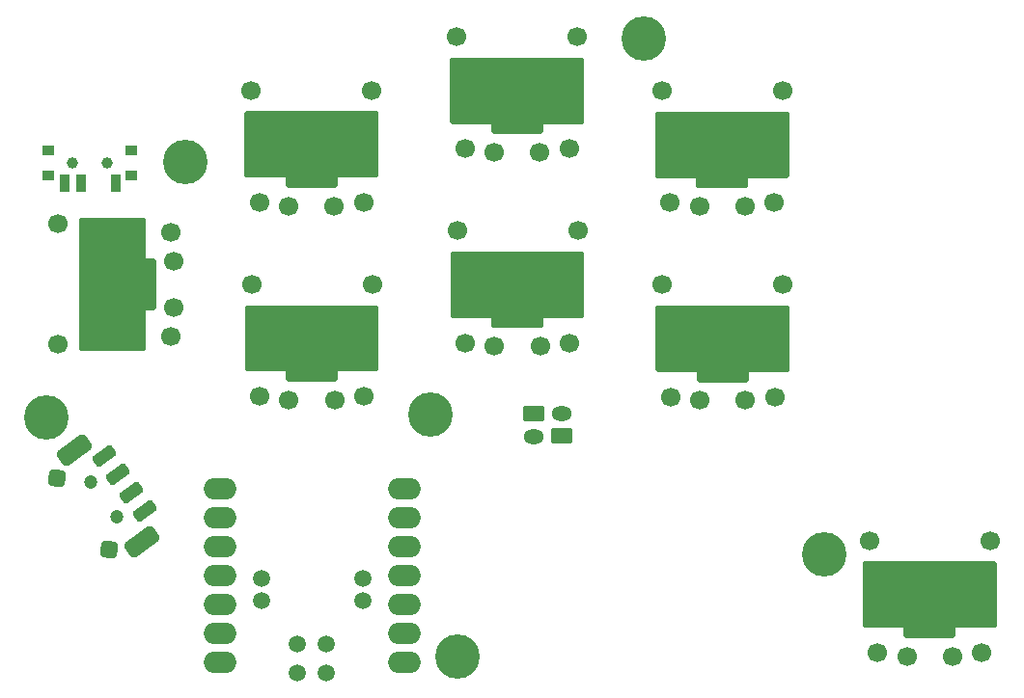
<source format=gbr>
%TF.GenerationSoftware,KiCad,Pcbnew,8.0.2*%
%TF.CreationDate,2024-07-15T13:11:32-05:00*%
%TF.ProjectId,bonsai,626f6e73-6169-42e6-9b69-6361645f7063,v1*%
%TF.SameCoordinates,Original*%
%TF.FileFunction,Soldermask,Top*%
%TF.FilePolarity,Negative*%
%FSLAX46Y46*%
G04 Gerber Fmt 4.6, Leading zero omitted, Abs format (unit mm)*
G04 Created by KiCad (PCBNEW 8.0.2) date 2024-07-15 13:11:32*
%MOMM*%
%LPD*%
G01*
G04 APERTURE LIST*
G04 Aperture macros list*
%AMRoundRect*
0 Rectangle with rounded corners*
0 $1 Rounding radius*
0 $2 $3 $4 $5 $6 $7 $8 $9 X,Y pos of 4 corners*
0 Add a 4 corners polygon primitive as box body*
4,1,4,$2,$3,$4,$5,$6,$7,$8,$9,$2,$3,0*
0 Add four circle primitives for the rounded corners*
1,1,$1+$1,$2,$3*
1,1,$1+$1,$4,$5*
1,1,$1+$1,$6,$7*
1,1,$1+$1,$8,$9*
0 Add four rect primitives between the rounded corners*
20,1,$1+$1,$2,$3,$4,$5,0*
20,1,$1+$1,$4,$5,$6,$7,0*
20,1,$1+$1,$6,$7,$8,$9,0*
20,1,$1+$1,$8,$9,$2,$3,0*%
G04 Aperture macros list end*
%ADD10O,0.300000X5.800000*%
%ADD11O,2.000000X5.800000*%
%ADD12O,0.300000X1.100000*%
%ADD13O,11.700000X0.300000*%
%ADD14O,11.700000X5.800000*%
%ADD15O,4.500000X1.000000*%
%ADD16O,4.500000X0.300000*%
%ADD17C,1.700000*%
%ADD18RoundRect,0.050000X0.500000X0.400000X-0.500000X0.400000X-0.500000X-0.400000X0.500000X-0.400000X0*%
%ADD19C,1.000000*%
%ADD20RoundRect,0.050000X0.350000X0.750000X-0.350000X0.750000X-0.350000X-0.750000X0.350000X-0.750000X0*%
%ADD21C,3.900000*%
%ADD22C,1.200000*%
%ADD23RoundRect,0.275000X0.786983X0.238554X0.460602X0.681245X-0.786983X-0.238554X-0.460602X-0.681245X0*%
%ADD24RoundRect,0.400000X1.162995X0.360474X0.688260X1.004389X-1.162995X-0.360474X-0.688260X-1.004389X0*%
%ADD25RoundRect,0.375000X0.426859X0.314708X-0.314708X0.426859X-0.426859X-0.314708X0.314708X-0.426859X0*%
%ADD26RoundRect,0.050000X-0.850000X0.600000X-0.850000X-0.600000X0.850000X-0.600000X0.850000X0.600000X0*%
%ADD27O,1.800000X1.300000*%
%ADD28O,2.850000X1.900000*%
%ADD29C,1.497000*%
%ADD30O,5.800000X0.300000*%
%ADD31O,5.800000X2.000000*%
%ADD32O,1.100000X0.300000*%
%ADD33O,0.300000X11.700000*%
%ADD34O,5.800000X11.700000*%
%ADD35O,1.000000X4.500000*%
%ADD36O,0.300000X4.500000*%
%ADD37RoundRect,0.050000X0.850000X-0.600000X0.850000X0.600000X-0.850000X0.600000X-0.850000X-0.600000X0*%
G04 APERTURE END LIST*
D10*
%TO.C,REF\u002A\u002A*%
X34866400Y-44389000D03*
D11*
X35716400Y-44389000D03*
D12*
X38466400Y-47639000D03*
D13*
X40566400Y-41639000D03*
D14*
X40566400Y-44389000D03*
D13*
X40566400Y-47139000D03*
D15*
X40566400Y-47689000D03*
D16*
X40566400Y-48039000D03*
D12*
X42666400Y-47639000D03*
D11*
X45416400Y-44389000D03*
D10*
X46266400Y-44389000D03*
D17*
X38566400Y-49789000D03*
X42566400Y-49789000D03*
X35986400Y-49489000D03*
X45146400Y-49489000D03*
X45866400Y-39639000D03*
X35266400Y-39639000D03*
%TD*%
D10*
%TO.C,REF\u002A\u002A*%
X70866400Y-27389000D03*
D11*
X71716400Y-27389000D03*
D12*
X74466400Y-30639000D03*
D13*
X76566400Y-24639000D03*
D14*
X76566400Y-27389000D03*
D13*
X76566400Y-30139000D03*
D15*
X76566400Y-30689000D03*
D16*
X76566400Y-31039000D03*
D12*
X78666400Y-30639000D03*
D11*
X81416400Y-27389000D03*
D10*
X82266400Y-27389000D03*
D17*
X74566400Y-32789000D03*
X78566400Y-32789000D03*
X71986400Y-32489000D03*
X81146400Y-32489000D03*
X81866400Y-22639000D03*
X71266400Y-22639000D03*
%TD*%
D18*
%TO.C,REF\u002A\u002A*%
X24750000Y-30105000D03*
X24750000Y-27895000D03*
D19*
X22600000Y-28994999D03*
X19600000Y-28995000D03*
D18*
X17450000Y-30105000D03*
X17450000Y-27895000D03*
D20*
X23350000Y-30755000D03*
X20349999Y-30755000D03*
X18850000Y-30755000D03*
%TD*%
D10*
%TO.C,REF\u002A\u002A*%
X89066400Y-66889000D03*
D11*
X89916400Y-66889000D03*
D12*
X92666400Y-70139000D03*
D13*
X94766400Y-64139000D03*
D14*
X94766400Y-66889000D03*
D13*
X94766400Y-69639000D03*
D15*
X94766400Y-70189000D03*
D16*
X94766400Y-70539000D03*
D12*
X96866400Y-70139000D03*
D11*
X99616400Y-66889000D03*
D10*
X100466400Y-66889000D03*
D17*
X92766400Y-72289000D03*
X96766400Y-72289000D03*
X90186400Y-71989000D03*
X99346400Y-71989000D03*
X100066400Y-62139000D03*
X89466400Y-62139000D03*
%TD*%
D21*
%TO.C,REF\u002A\u002A*%
X85500000Y-63350000D03*
%TD*%
D22*
%TO.C,REF\u002A\u002A*%
X23421088Y-60026484D03*
X21166096Y-56967888D03*
D23*
X25925105Y-59547004D03*
X22364591Y-54717641D03*
X24738267Y-57937216D03*
D24*
X25663134Y-62224945D03*
D25*
X22796915Y-62971464D03*
X18168248Y-56693293D03*
D24*
X19728945Y-54176007D03*
D23*
X23551429Y-56327429D03*
%TD*%
D21*
%TO.C,REF\u002A\u002A*%
X53300000Y-72350000D03*
%TD*%
D10*
%TO.C,REF\u002A\u002A*%
X52900000Y-39675000D03*
D11*
X53750000Y-39675000D03*
D12*
X56500000Y-42925000D03*
D13*
X58600000Y-36925000D03*
D14*
X58600000Y-39675000D03*
D13*
X58600000Y-42425000D03*
D15*
X58600000Y-42975000D03*
D16*
X58600000Y-43325000D03*
D12*
X60700000Y-42925000D03*
D11*
X63450000Y-39675000D03*
D10*
X64300000Y-39675000D03*
D17*
X56600000Y-45075000D03*
X60600000Y-45075000D03*
X54020000Y-44775000D03*
X63180000Y-44775000D03*
X63900000Y-34925000D03*
X53300000Y-34925000D03*
%TD*%
D10*
%TO.C,REF\u002A\u002A*%
X34832800Y-27353000D03*
D11*
X35682800Y-27353000D03*
D12*
X38432800Y-30603000D03*
D13*
X40532800Y-24603000D03*
D14*
X40532800Y-27353000D03*
D13*
X40532800Y-30103000D03*
D15*
X40532800Y-30653000D03*
D16*
X40532800Y-31003000D03*
D12*
X42632800Y-30603000D03*
D11*
X45382800Y-27353000D03*
D10*
X46232800Y-27353000D03*
D17*
X38532800Y-32753000D03*
X42532800Y-32753000D03*
X35952800Y-32453000D03*
X45112800Y-32453000D03*
X45832800Y-22603000D03*
X35232800Y-22603000D03*
%TD*%
D21*
%TO.C,*%
X50950000Y-51050000D03*
%TD*%
D26*
%TO.C,REF\u002A\u002A*%
X60066400Y-50989000D03*
D27*
X60066400Y-52989000D03*
%TD*%
D21*
%TO.C,REF\u002A\u002A*%
X29450000Y-28900000D03*
%TD*%
%TO.C,REF\u002A\u002A*%
X69700000Y-18050000D03*
%TD*%
%TO.C,REF\u002A\u002A*%
X17300000Y-51300000D03*
%TD*%
D10*
%TO.C,REF\u002A\u002A*%
X52866400Y-22639000D03*
D11*
X53716400Y-22639000D03*
D12*
X56466400Y-25889000D03*
D13*
X58566400Y-19889000D03*
D14*
X58566400Y-22639000D03*
D13*
X58566400Y-25389000D03*
D15*
X58566400Y-25939000D03*
D16*
X58566400Y-26289000D03*
D12*
X60666400Y-25889000D03*
D11*
X63416400Y-22639000D03*
D10*
X64266400Y-22639000D03*
D17*
X56566400Y-28039000D03*
X60566400Y-28039000D03*
X53986400Y-27739000D03*
X63146400Y-27739000D03*
X63866400Y-17889000D03*
X53266400Y-17889000D03*
%TD*%
D10*
%TO.C,REF\u002A\u002A*%
X70900000Y-44425000D03*
D11*
X71750000Y-44425000D03*
D12*
X74500000Y-47675000D03*
D13*
X76600000Y-41675000D03*
D14*
X76600000Y-44425000D03*
D13*
X76600000Y-47175000D03*
D15*
X76600000Y-47725000D03*
D16*
X76600000Y-48075000D03*
D12*
X78700000Y-47675000D03*
D11*
X81450000Y-44425000D03*
D10*
X82300000Y-44425000D03*
D17*
X74600000Y-49825000D03*
X78600000Y-49825000D03*
X72020000Y-49525000D03*
X81180000Y-49525000D03*
X81900000Y-39675000D03*
X71300000Y-39675000D03*
%TD*%
D28*
%TO.C,U?*%
X48691400Y-72813000D03*
X48691400Y-70273000D03*
X48691400Y-67733000D03*
X48691400Y-65193000D03*
X48691400Y-62653000D03*
X48691400Y-60113000D03*
X48691400Y-57573000D03*
X32501480Y-57573000D03*
X32501480Y-60113000D03*
X32501480Y-62653000D03*
X32501480Y-65193000D03*
X32501480Y-67733000D03*
X32501480Y-70273000D03*
X32501480Y-72813000D03*
D29*
X45041440Y-65510000D03*
X36151440Y-65510000D03*
X45041440Y-67415000D03*
X36151440Y-67415000D03*
%TD*%
D30*
%TO.C,REF\u002A\u002A*%
X23066400Y-45339000D03*
D31*
X23066400Y-44489000D03*
D32*
X26316400Y-41739000D03*
D33*
X20316400Y-39639000D03*
D34*
X23066400Y-39639000D03*
D33*
X25816400Y-39639000D03*
D35*
X26366400Y-39639000D03*
D36*
X26716400Y-39639000D03*
D32*
X26316400Y-37539000D03*
D31*
X23066400Y-34789000D03*
D30*
X23066400Y-33939000D03*
D17*
X28466400Y-41639000D03*
X28466400Y-37639000D03*
X28166400Y-44219000D03*
X28166400Y-35059000D03*
X18316400Y-34339000D03*
X18316400Y-44939000D03*
%TD*%
D37*
%TO.C,REF\u002A\u002A*%
X62450000Y-52975000D03*
D27*
X62450000Y-50975002D03*
%TD*%
D29*
%TO.C,U?*%
X39296400Y-73761000D03*
X41836400Y-73761000D03*
X39296400Y-71221000D03*
X41836400Y-71221000D03*
%TD*%
D19*
%TO.C,REF\u002A\u002A*%
X19599999Y-28995001D03*
X22600000Y-28995000D03*
%TD*%
D22*
%TO.C,REF\u002A\u002A*%
X21200000Y-57000000D03*
X23454992Y-60058598D03*
%TD*%
M02*

</source>
